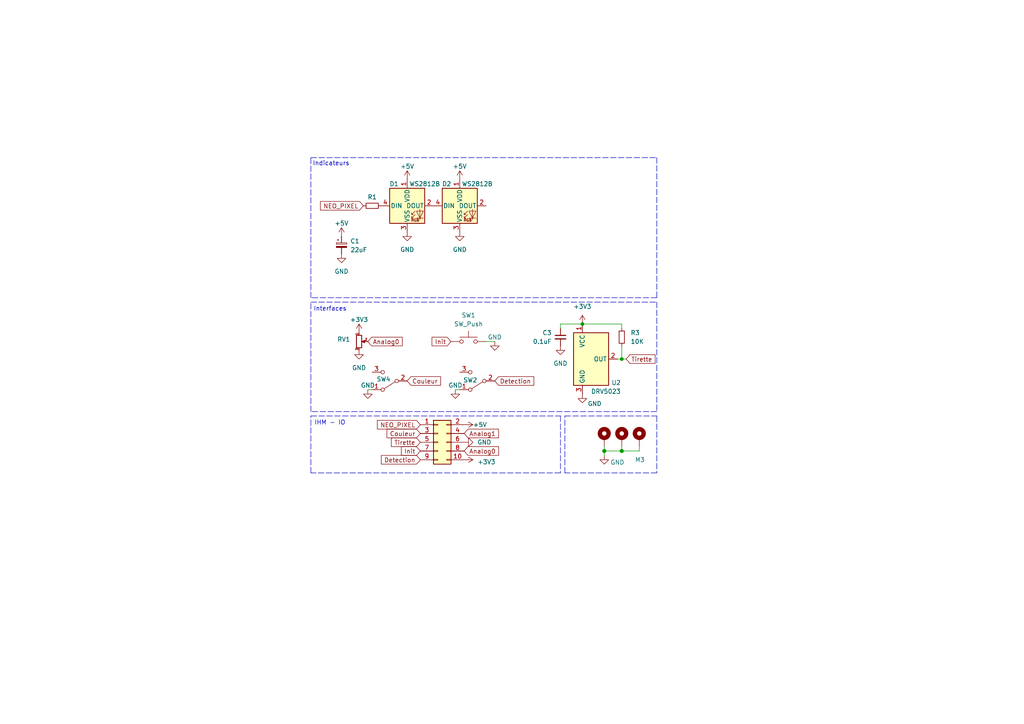
<source format=kicad_sch>
(kicad_sch (version 20231120) (generator "eeschema") (generator_version "8.0")
  (paper "A4")
  (lib_symbols
    (symbol "Connector_Generic:Conn_02x05_Odd_Even" (pin_names (offset 1.016) hide)
      (property "Reference" "J" (at 1.27 7.62 0))
      (property "Value" "Conn_02x05_Odd_Even" (at 1.27 -7.62 0))
      (symbol "Conn_02x05_Odd_Even_1_1"
        (rectangle (start -1.27 -4.953) (end 0 -5.207) (stroke (width 0.1524)))
        (rectangle (start -1.27 -2.413) (end 0 -2.667) (stroke (width 0.1524)))
        (rectangle (start -1.27 0.127) (end 0 -0.127) (stroke (width 0.1524)))
        (rectangle (start -1.27 2.667) (end 0 2.413) (stroke (width 0.1524)))
        (rectangle (start -1.27 5.207) (end 0 4.953) (stroke (width 0.1524)))
        (rectangle (start -1.27 6.35) (end 3.81 -6.35) (stroke (width 0.254)) (fill (type background)))
        (rectangle (start 3.81 -4.953) (end 2.54 -5.207) (stroke (width 0.1524)))
        (rectangle (start 3.81 -2.413) (end 2.54 -2.667) (stroke (width 0.1524)))
        (rectangle (start 3.81 0.127) (end 2.54 -0.127) (stroke (width 0.1524)))
        (rectangle (start 3.81 2.667) (end 2.54 2.413) (stroke (width 0.1524)))
        (rectangle (start 3.81 5.207) (end 2.54 4.953) (stroke (width 0.1524)))
        (pin passive line (at -5.08 5.08 0) (length 3.81) (name "Pin_1") (number "1"))
        (pin passive line (at 7.62 -5.08 180) (length 3.81) (name "Pin_10") (number "10"))
        (pin passive line (at 7.62 5.08 180) (length 3.81) (name "Pin_2") (number "2"))
        (pin passive line (at -5.08 2.54 0) (length 3.81) (name "Pin_3") (number "3"))
        (pin passive line (at 7.62 2.54 180) (length 3.81) (name "Pin_4") (number "4"))
        (pin passive line (at -5.08 0 0) (length 3.81) (name "Pin_5") (number "5"))
        (pin passive line (at 7.62 0 180) (length 3.81) (name "Pin_6") (number "6"))
        (pin passive line (at -5.08 -2.54 0) (length 3.81) (name "Pin_7") (number "7"))
        (pin passive line (at 7.62 -2.54 180) (length 3.81) (name "Pin_8") (number "8"))
        (pin passive line (at -5.08 -5.08 0) (length 3.81) (name "Pin_9") (number "9"))
      )
    )
    (symbol "Device:C_Polarized_Small" (pin_numbers hide) (pin_names (offset 0.254) hide)
      (property "Reference" "C" (at 0.254 1.778 0))
      (property "Value" "C_Polarized_Small" (at 0.254 -2.032 0))
      (symbol "C_Polarized_Small_0_1"
        (rectangle (start -1.524 -0.3048) (end 1.524 -0.6858) (fill (type outline)))
        (rectangle (start -1.524 0.6858) (end 1.524 0.3048))
        (polyline (pts (xy -1.27 1.524) (xy -0.762 1.524)))
        (polyline (pts (xy -1.016 1.27) (xy -1.016 1.778)))
      )
      (symbol "C_Polarized_Small_1_1"
        (pin passive line (at 0 2.54 270) (length 1.8542) (name "~") (number "1"))
        (pin passive line (at 0 -2.54 90) (length 1.8542) (name "~") (number "2"))
      )
    )
    (symbol "Device:C_Small" (pin_numbers hide) (pin_names (offset 0.254) hide)
      (property "Reference" "C" (at 0.254 1.778 0))
      (property "Value" "C_Small" (at 0.254 -2.032 0))
      (symbol "C_Small_0_1"
        (polyline (pts (xy -1.524 -0.508) (xy 1.524 -0.508)) (stroke (width 0.3302)))
        (polyline (pts (xy -1.524 0.508) (xy 1.524 0.508)) (stroke (width 0.3048)))
      )
      (symbol "C_Small_1_1"
        (pin passive line (at 0 2.54 270) (length 2.032) (name "~") (number "1"))
        (pin passive line (at 0 -2.54 90) (length 2.032) (name "~") (number "2"))
      )
    )
    (symbol "Device:R_Potentiometer_Small" (pin_names (offset 1.016) hide)
      (property "Reference" "RV" (at -4.445 0 90))
      (property "Value" "R_Potentiometer_Small" (at -2.54 0 90))
      (symbol "R_Potentiometer_Small_0_1"
        (polyline (pts (xy 0.889 0) (xy 0.635 0) (xy 1.651 0.381) (xy 1.651 -0.381) (xy 0.635 0) (xy 0.889 0)) (fill (type outline)))
        (rectangle (start 0.762 1.8034) (end -0.762 -1.8034) (stroke (width 0.254)))
      )
      (symbol "R_Potentiometer_Small_1_1"
        (pin passive line (at 0 2.54 270) (length 0.635) (name "1") (number "1"))
        (pin passive line (at 2.54 0 180) (length 0.9906) (name "2") (number "2"))
        (pin passive line (at 0 -2.54 90) (length 0.635) (name "3") (number "3"))
      )
    )
    (symbol "Device:R_Small" (pin_numbers hide) (pin_names (offset 0.254) hide)
      (property "Reference" "R" (at 0.762 0.508 0))
      (property "Value" "R_Small" (at 0.762 -1.016 0))
      (symbol "R_Small_0_1"
        (rectangle (start -0.762 1.778) (end 0.762 -1.778) (stroke (width 0.2032)))
      )
      (symbol "R_Small_1_1"
        (pin passive line (at 0 2.54 270) (length 0.762) (name "~") (number "1"))
        (pin passive line (at 0 -2.54 90) (length 0.762) (name "~") (number "2"))
      )
    )
    (symbol "LED:WS2812B" (pin_names (offset 0.254))
      (property "Reference" "D" (at 5.08 5.715 0))
      (property "Value" "WS2812B" (at 1.27 -5.715 0))
      (symbol "WS2812B_0_0"
        (text "RGB" (at 2.286 -4.191 0) (effects (font (size 0.762 0.762))))
      )
      (symbol "WS2812B_0_1"
        (polyline (pts (xy 1.27 -3.556) (xy 1.778 -3.556)))
        (polyline (pts (xy 1.27 -2.54) (xy 1.778 -2.54)))
        (polyline (pts (xy 4.699 -3.556) (xy 2.667 -3.556)))
        (polyline (pts (xy 2.286 -2.54) (xy 1.27 -3.556) (xy 1.27 -3.048)))
        (polyline (pts (xy 2.286 -1.524) (xy 1.27 -2.54) (xy 1.27 -2.032)))
        (polyline (pts (xy 3.683 -1.016) (xy 3.683 -3.556) (xy 3.683 -4.064)))
        (polyline (pts (xy 4.699 -1.524) (xy 2.667 -1.524) (xy 3.683 -3.556) (xy 4.699 -1.524)))
        (rectangle (start 5.08 5.08) (end -5.08 -5.08) (stroke (width 0.254)) (fill (type background)))
      )
      (symbol "WS2812B_1_1"
        (pin power_in line (at 0 7.62 270) (length 2.54) (name "VDD") (number "1"))
        (pin output line (at 7.62 0 180) (length 2.54) (name "DOUT") (number "2"))
        (pin power_in line (at 0 -7.62 90) (length 2.54) (name "VSS") (number "3"))
        (pin input line (at -7.62 0 0) (length 2.54) (name "DIN") (number "4"))
      )
    )
    (symbol "Mechanical:MountingHole_Pad" (pin_numbers hide) (pin_names (offset 1.016) hide)
      (property "Reference" "H" (at 0 6.35 0))
      (property "Value" "MountingHole_Pad" (at 0 4.445 0))
      (symbol "MountingHole_Pad_0_1"
        (circle (center 0 1.27) (radius 1.27) (stroke (width 1.27)))
      )
      (symbol "MountingHole_Pad_1_1"
        (pin input line (at 0 -2.54 90) (length 2.54) (name "1") (number "1"))
      )
    )
    (symbol "Sensor_Magnetic:DRV5033AJxDBZ"
      (property "Reference" "U" (at 2.54 12.7 0))
      (property "Value" "DRV5033AJxDBZ" (at 2.54 10.16 0))
      (symbol "DRV5033AJxDBZ_1_1"
        (rectangle (start -5.08 7.62) (end 5.08 -7.62) (stroke (width 0.254)) (fill (type background)))
        (pin power_in line (at -2.54 10.16 270) (length 2.54) (name "VCC") (number "1"))
        (pin output line (at 7.62 0 180) (length 2.54) (name "OUT") (number "2"))
        (pin power_in line (at -2.54 -10.16 90) (length 2.54) (name "GND") (number "3"))
      )
    )
    (symbol "Switch:SW_Push" (pin_numbers hide) (pin_names (offset 1.016) hide)
      (property "Reference" "SW" (at 1.27 2.54 0))
      (property "Value" "SW_Push" (at 0 -1.524 0))
      (symbol "SW_Push_0_1"
        (circle (center -2.032 0) (radius 0.508))
        (polyline (pts (xy 0 1.27) (xy 0 3.048)))
        (polyline (pts (xy 2.54 1.27) (xy -2.54 1.27)))
        (circle (center 2.032 0) (radius 0.508))
        (pin passive line (at -5.08 0 0) (length 2.54) (name "1") (number "1"))
        (pin passive line (at 5.08 0 180) (length 2.54) (name "2") (number "2"))
      )
    )
    (symbol "Switch:SW_SPDT" (pin_names (offset 0) hide)
      (property "Reference" "SW" (at 0 4.318 0))
      (property "Value" "SW_SPDT" (at 0 -5.08 0))
      (symbol "SW_SPDT_0_0"
        (circle (center -2.032 0) (radius 0.508))
        (circle (center 2.032 -2.54) (radius 0.508))
      )
      (symbol "SW_SPDT_0_1"
        (polyline (pts (xy -1.524 0.254) (xy 1.651 2.286)))
        (circle (center 2.032 2.54) (radius 0.508))
      )
      (symbol "SW_SPDT_1_1"
        (pin passive line (at 5.08 2.54 180) (length 2.54) (name "A") (number "1"))
        (pin passive line (at -5.08 0 0) (length 2.54) (name "B") (number "2"))
        (pin passive line (at 5.08 -2.54 180) (length 2.54) (name "C") (number "3"))
      )
    )
    (symbol "power:+3V3" (power) (pin_names (offset 0))
      (property "Value" "+3V3" (at 0 3.556 0))
      (symbol "+3V3_0_1"
        (polyline (pts (xy -0.762 1.27) (xy 0 2.54)))
        (polyline (pts (xy 0 0) (xy 0 2.54)))
        (polyline (pts (xy 0 2.54) (xy 0.762 1.27)))
      )
      (symbol "+3V3_1_1"
        (pin power_in line (at 0 0 90) (length 0) hide (name "+3V3") (number "1"))
      )
    )
    (symbol "power:+5V" (power) (pin_names (offset 0))
      (property "Value" "+5V" (at 0 3.556 0))
      (symbol "+5V_0_1"
        (polyline (pts (xy -0.762 1.27) (xy 0 2.54)))
        (polyline (pts (xy 0 0) (xy 0 2.54)))
        (polyline (pts (xy 0 2.54) (xy 0.762 1.27)))
      )
      (symbol "+5V_1_1"
        (pin power_in line (at 0 0 90) (length 0) hide (name "+5V") (number "1"))
      )
    )
    (symbol "power:GND" (power) (pin_names (offset 0))
      (property "Value" "GND" (at 0 -3.81 0))
      (symbol "GND_0_1"
        (polyline (pts (xy 0 0) (xy 0 -1.27) (xy 1.27 -1.27) (xy 0 -2.54) (xy -1.27 -1.27) (xy 0 -1.27)))
      )
      (symbol "GND_1_1"
        (pin power_in line (at 0 0 270) (length 0) hide (name "GND") (number "1"))
      )
    )
  )
  (junction (at 180.34 104.14))
  (junction (at 180.34 130.81) (diameter 1.016))
  (junction (at 175.26 130.81) (diameter 1.016))
  (junction (at 168.91 93.98))
  (wire (pts (xy 175.26 129.54) (xy 175.26 130.81)))
  (polyline (pts (xy 90.17 45.72) (xy 190.5 45.72)) (stroke (width 0) (type dash)))
  (wire (pts (xy 185.42 130.81) (xy 180.34 130.81)))
  (polyline (pts (xy 90.17 120.65) (xy 162.56 120.65)) (stroke (width 0) (type dash)))
  (polyline (pts (xy 90.17 87.63) (xy 190.5 87.63)) (stroke (width 0) (type dash)))
  (polyline (pts (xy 163.83 137.16) (xy 163.83 120.65)) (stroke (width 0) (type dash)))
  (wire (pts (xy 162.56 93.98) (xy 168.91 93.98)))
  (polyline (pts (xy 163.83 120.65) (xy 190.5 120.65)) (stroke (width 0) (type dash)))
  (polyline (pts (xy 190.5 137.16) (xy 163.83 137.16)) (stroke (width 0) (type dash)))
  (polyline (pts (xy 190.5 87.63) (xy 190.5 119.38)) (stroke (width 0) (type dash)))
  (wire (pts (xy 180.34 100.33) (xy 180.34 104.14)))
  (wire (pts (xy 180.34 95.25) (xy 180.34 93.98)))
  (wire (pts (xy 168.91 93.98) (xy 180.34 93.98)))
  (polyline (pts (xy 190.5 86.36) (xy 90.17 86.36)) (stroke (width 0) (type dash)))
  (wire (pts (xy 180.34 129.54) (xy 180.34 130.81)))
  (wire (pts (xy 175.26 130.81) (xy 180.34 130.81)))
  (wire (pts (xy 106.68 113.03) (xy 107.95 113.03)))
  (polyline (pts (xy 190.5 45.72) (xy 190.5 86.36)) (stroke (width 0) (type dash)))
  (wire (pts (xy 132.08 113.03) (xy 133.35 113.03)))
  (polyline (pts (xy 162.56 120.65) (xy 162.56 137.16)) (stroke (width 0) (type dash)))
  (wire (pts (xy 143.51 99.06) (xy 140.97 99.06)))
  (polyline (pts (xy 90.17 86.36) (xy 90.17 45.72)) (stroke (width 0) (type dash)))
  (wire (pts (xy 162.56 93.98) (xy 162.56 95.25)))
  (polyline (pts (xy 90.17 137.16) (xy 90.17 120.65)) (stroke (width 0) (type dash)))
  (polyline (pts (xy 162.56 137.16) (xy 90.17 137.16)) (stroke (width 0) (type dash)))
  (wire (pts (xy 185.42 129.54) (xy 185.42 130.81)))
  (polyline (pts (xy 190.5 120.65) (xy 190.5 137.16)) (stroke (width 0) (type dash)))
  (wire (pts (xy 180.34 104.14) (xy 179.07 104.14)))
  (wire (pts (xy 181.61 104.14) (xy 180.34 104.14)))
  (polyline (pts (xy 90.17 119.38) (xy 90.17 87.63)) (stroke (width 0) (type dash)))
  (polyline (pts (xy 190.5 119.38) (xy 90.17 119.38)) (stroke (width 0) (type dash)))
  (wire (pts (xy 175.26 130.81) (xy 175.26 132.08)))
  (text "Interfaces" (at 90.932 90.424 0) (effects (font (size 1.27 1.27)) (justify left bottom)))
  (text "IHM - IO" (at 91.186 123.444 0) (effects (font (size 1.27 1.27)) (justify left bottom)))
  (text "Indicateurs" (at 90.678 48.26 0) (effects (font (size 1.27 1.27)) (justify left bottom)))
  (global_label "Init" (shape input) (at 121.92 130.81 180) (property "Intersheetrefs" "${INTERSHEET_REFS}" (effects (hide yes))))
  (global_label "Couleur" (shape input) (at 121.92 125.73 180) (property "Intersheetrefs" "${INTERSHEET_REFS}" (effects (hide yes))))
  (global_label "Analog1" (shape input) (at 134.62 125.73 0) (property "Intersheetrefs" "${INTERSHEET_REFS}" (effects (hide yes))))
  (global_label "Tirette" (shape input) (at 181.61 104.14 0) (property "Intersheetrefs" "${INTERSHEET_REFS}" (effects (hide yes))))
  (global_label "NEO_PIXEL" (shape input) (at 105.41 59.69 180) (property "Intersheetrefs" "${INTERSHEET_REFS}" (effects (hide yes))))
  (global_label "NEO_PIXEL" (shape input) (at 121.92 123.19 180) (property "Intersheetrefs" "${INTERSHEET_REFS}" (effects (hide yes))))
  (global_label "Detection" (shape input) (at 143.51 110.49 0) (property "Intersheetrefs" "${INTERSHEET_REFS}" (effects (hide yes))))
  (global_label "Init" (shape input) (at 130.81 99.06 180) (property "Intersheetrefs" "${INTERSHEET_REFS}" (effects (hide yes))))
  (global_label "Detection" (shape input) (at 121.92 133.35 180) (property "Intersheetrefs" "${INTERSHEET_REFS}" (effects (hide yes))))
  (global_label "Analog0" (shape input) (at 134.62 130.81 0) (property "Intersheetrefs" "${INTERSHEET_REFS}" (effects (hide yes))))
  (global_label "Couleur" (shape input) (at 118.11 110.49 0) (property "Intersheetrefs" "${INTERSHEET_REFS}" (effects (hide yes))))
  (global_label "Analog0" (shape input) (at 106.68 99.06 0) (property "Intersheetrefs" "${INTERSHEET_REFS}" (effects (hide yes))))
  (global_label "Tirette" (shape input) (at 121.92 128.27 180) (property "Intersheetrefs" "${INTERSHEET_REFS}" (effects (hide yes))))
  (symbol (lib_id "Mechanical:MountingHole_Pad") (at 175.26 127 0) (unit 1)
    (property "Reference" "H2" (effects (hide yes)))
    (property "Value" "M3" (effects (hide yes)))
    (property "Footprint" "MountingHole:MountingHole_3.2mm_M3_Pad_Via" (effects (hide yes)))
  )
  (symbol (lib_id "power:+5V") (at 118.11 52.07 0) (unit 1)
    (property "Reference" "#PWR011" (effects (hide yes)))
    (property "Value" "+5V" (at 118.11 48.26 0))
  )
  (symbol (lib_id "Device:R_Small") (at 107.95 59.69 90) (unit 1)
    (property "Reference" "R1" (at 107.95 57.15 90))
    (property "Value" "R_Small" (effects (hide yes)))
    (property "Footprint" "Resistor_SMD:R_1206_3216Metric_Pad1.30x1.75mm_HandSolder" (effects (hide yes)))
  )
  (symbol (lib_id "power:GND") (at 162.56 100.33 0) (unit 1)
    (property "Reference" "#PWR04" (effects (hide yes)))
    (property "Value" "GND" (at 162.56 105.41 0))
  )
  (symbol (lib_id "power:GND") (at 106.68 113.03 0) (unit 1)
    (property "Reference" "#PWR07" (effects (hide yes)))
    (property "Value" "GND" (at 106.68 111.76 0))
  )
  (symbol (lib_id "Device:C_Polarized_Small") (at 99.06 71.12 0) (unit 1)
    (property "Reference" "C1" (at 101.6 69.9389 0) (effects (justify left)))
    (property "Value" "22uF" (at 101.6 72.4789 0) (effects (justify left)))
    (property "Footprint" "Capacitor_SMD:CP_Elec_5x5.4" (effects (hide yes)))
  )
  (symbol (lib_id "power:GND") (at 132.08 113.03 0) (unit 1)
    (property "Reference" "#PWR05" (effects (hide yes)))
    (property "Value" "GND" (at 132.08 111.76 0))
  )
  (symbol (lib_id "power:GND") (at 104.14 101.6 0) (unit 1)
    (property "Reference" "#PWR09" (effects (hide yes)))
    (property "Value" "GND" (at 104.14 106.68 0))
  )
  (symbol (lib_id "power:GND") (at 133.35 67.31 0) (unit 1)
    (property "Reference" "#PWR013" (effects (hide yes)))
    (property "Value" "GND" (at 133.35 72.39 0))
  )
  (symbol (lib_id "Connector_Generic:Conn_02x05_Odd_Even") (at 127 128.27 0) (unit 1)
    (property "Reference" "IHM-IO1" (effects (hide yes)))
    (property "Value" "Conn_02x05_Odd_Even" (effects (hide yes)))
    (property "Footprint" "Connector_IDC:IDC-Header_2x05_P2.54mm_Vertical" (effects (hide yes)))
  )
  (symbol (lib_id "Switch:SW_SPDT") (at 138.43 110.49 180) (unit 1)
    (property "Reference" "SW2" (at 136.398 110.236 0))
    (property "Value" "SW_SPDT" (effects (hide yes)))
    (property "Footprint" "footprints:SK-12D10 1P2T" (effects (hide yes)))
  )
  (symbol (lib_id "Device:R_Potentiometer_Small") (at 104.14 99.06 0) (unit 1)
    (property "Reference" "RV1" (at 101.6 98.425 0) (effects (justify right)))
    (property "Value" "R_Potentiometer_Small" (effects (hide yes)))
    (property "Footprint" "Potentiometer_THT:Potentiometer_Bourns_PTV09A-1_Single_Vertical" (effects (hide yes)))
  )
  (symbol (lib_id "Mechanical:MountingHole_Pad") (at 180.34 127 0) (unit 1)
    (property "Reference" "H3" (effects (hide yes)))
    (property "Value" "M3" (effects (hide yes)))
    (property "Footprint" "MountingHole:MountingHole_3.2mm_M3_Pad_Via" (effects (hide yes)))
  )
  (symbol (lib_id "LED:WS2812B") (at 133.35 59.69 0) (unit 1)
    (property "Reference" "D2" (at 129.54 53.34 0))
    (property "Value" "WS2812B" (at 138.43 53.34 0))
    (property "Footprint" "LED_SMD:LED_WS2812B_PLCC4_5.0x5.0mm_P3.2mm" (effects (hide yes)))
    (property "Datasheet" "https://cdn-shop.adafruit.com/datasheets/WS2812B.pdf" (effects (hide yes)))
  )
  (symbol (lib_id "power:GND") (at 168.91 114.3 0) (unit 1)
    (property "Reference" "#PWR014" (effects (hide yes)))
    (property "Value" "GND" (at 172.466 117.094 0))
  )
  (symbol (lib_id "Mechanical:MountingHole_Pad") (at 185.42 127 0) (unit 1)
    (property "Reference" "H4" (effects (hide yes)))
    (property "Value" "M3" (at 184.15 133.35 0) (effects (justify left)))
    (property "Footprint" "MountingHole:MountingHole_3.2mm_M3_Pad_Via" (effects (hide yes)))
  )
  (symbol (lib_id "Device:R_Small") (at 180.34 97.79 180) (unit 1)
    (property "Reference" "R3" (at 182.88 96.5199 0) (effects (justify right)))
    (property "Value" "10K" (at 182.88 99.0599 0) (effects (justify right)))
    (property "Footprint" "Resistor_SMD:R_1206_3216Metric_Pad1.30x1.75mm_HandSolder" (effects (hide yes)))
  )
  (symbol (lib_id "power:GND") (at 118.11 67.31 0) (unit 1)
    (property "Reference" "#PWR010" (effects (hide yes)))
    (property "Value" "GND" (at 118.11 72.39 0))
  )
  (symbol (lib_id "power:GND") (at 175.26 132.08 0) (unit 1)
    (property "Reference" "#PWR022" (effects (hide yes)))
    (property "Value" "GND" (at 179.07 134.1026 0))
  )
  (symbol (lib_id "power:GND") (at 134.62 128.27 90) (unit 1)
    (property "Reference" "#PWR024" (effects (hide yes)))
    (property "Value" "GND" (at 138.43 128.27 90) (effects (justify right)))
  )
  (symbol (lib_id "Sensor_Magnetic:DRV5033AJxDBZ") (at 171.45 104.14 0) (unit 1)
    (property "Reference" "U2" (at 180.086 110.998 0) (effects (justify right)))
    (property "Value" "DRV5023" (at 180.086 113.538 0) (effects (justify right)))
    (property "Footprint" "Package_TO_SOT_SMD:SOT-23_Handsoldering" (effects (hide yes)))
  )
  (symbol (lib_id "power:+5V") (at 133.35 52.07 0) (unit 1)
    (property "Reference" "#PWR012" (effects (hide yes)))
    (property "Value" "+5V" (at 133.35 48.26 0))
  )
  (symbol (lib_id "LED:WS2812B") (at 118.11 59.69 0) (unit 1)
    (property "Reference" "D1" (at 114.3 53.34 0))
    (property "Value" "WS2812B" (at 123.19 53.34 0))
    (property "Footprint" "LED_SMD:LED_WS2812B_PLCC4_5.0x5.0mm_P3.2mm" (effects (hide yes)))
    (property "Datasheet" "https://cdn-shop.adafruit.com/datasheets/WS2812B.pdf" (effects (hide yes)))
  )
  (symbol (lib_id "power:+3V3") (at 134.62 133.35 270) (unit 1)
    (property "Reference" "#PWR025" (effects (hide yes)))
    (property "Value" "+3V3" (at 138.43 133.985 90) (effects (justify left)))
  )
  (symbol (lib_id "power:+5V") (at 99.06 68.58 0) (unit 1)
    (property "Reference" "#PWR021" (effects (hide yes)))
    (property "Value" "+5V" (at 99.06 64.77 0))
  )
  (symbol (lib_id "power:+3V3") (at 104.14 96.52 0) (unit 1)
    (property "Reference" "#PWR08" (effects (hide yes)))
    (property "Value" "+3V3" (at 104.14 92.71 0))
  )
  (symbol (lib_id "power:GND") (at 143.51 99.06 0) (unit 1)
    (property "Reference" "#PWR01" (effects (hide yes)))
    (property "Value" "GND" (at 143.51 97.79 0))
  )
  (symbol (lib_id "Switch:SW_Push") (at 135.89 99.06 0) (unit 1)
    (property "Reference" "SW1" (at 135.89 91.44 0))
    (property "Value" "SW_Push" (at 135.89 93.98 0))
    (property "Footprint" "PCM_Switch_Keyboard_Cherry_MX:SW_Cherry_MX_PCB_1.00u" (effects (hide yes)))
    (property "Description" "Push button switch, generic, two pins" (effects (hide yes)))
  )
  (symbol (lib_id "power:GND") (at 99.06 73.66 0) (unit 1)
    (property "Reference" "#PWR020" (effects (hide yes)))
    (property "Value" "GND" (at 99.06 78.74 0))
  )
  (symbol (lib_id "power:+3V3") (at 168.91 93.98 0) (unit 1)
    (property "Reference" "#PWR02" (effects (hide yes)))
    (property "Value" "+3V3" (at 168.91 88.9 0))
  )
  (symbol (lib_id "Switch:SW_SPDT") (at 113.03 110.49 180) (unit 1)
    (property "Reference" "SW4" (at 111.252 109.982 0))
    (property "Value" "SW_SPDT" (effects (hide yes)))
    (property "Footprint" "footprints:SK-12D10 1P2T" (effects (hide yes)))
  )
  (symbol (lib_id "power:+5V") (at 134.62 123.19 270) (unit 1)
    (property "Reference" "#PWR023" (effects (hide yes)))
    (property "Value" "+5V" (at 137.16 123.19 90) (effects (justify left)))
  )
  (symbol (lib_id "Device:C_Small") (at 162.56 97.79 0) (unit 1)
    (property "Reference" "C3" (at 160.02 96.5262 0) (effects (justify right)))
    (property "Value" "0.1uF" (at 160.02 99.0662 0) (effects (justify right)))
    (property "Footprint" "Capacitor_SMD:C_1206_3216Metric_Pad1.33x1.80mm_HandSolder" (effects (hide yes)))
  )
)
</source>
